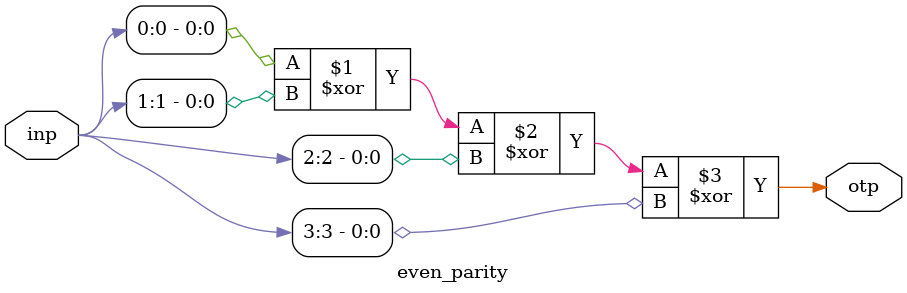
<source format=v>
`ifndef PAR
`define PAR
  module even_parity(input [3:0] inp,output otp);
   assign otp = inp[0]^inp[1]^inp[2]^inp[3];
  endmodule
`endif

</source>
